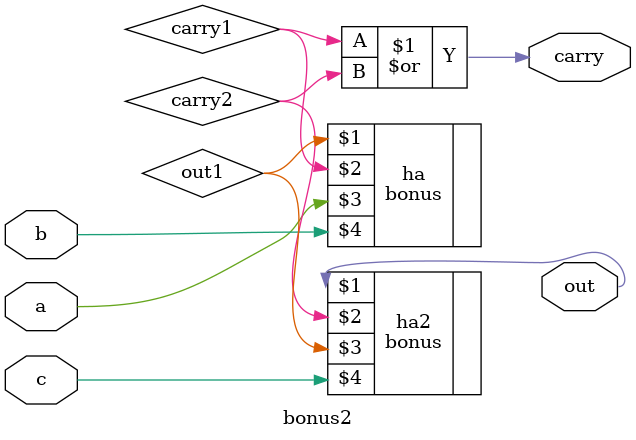
<source format=v>
`timescale 1ns / 1ps
module bonus2(output out, output carry, input a, input b, input c);

	wire out1;
	wire carry1;

	bonus ha(out1, carry1, a, b);
	
	bonus ha2(out, carry2, out1, c);
	
	or(carry, carry1, carry2);
	


endmodule

</source>
